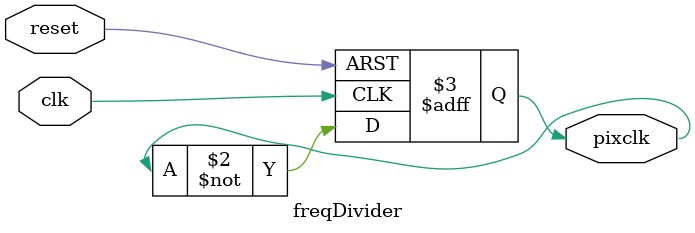
<source format=sv>
module freqDivider (input logic clk, reset,							 
							 output logic pixclk);
						
		
			always_ff @(posedge clk, posedge reset)
					if (reset) pixclk=0;
					else pixclk=~pixclk;
					
		//n_counter #(2) div(clk, reset, pixclk);
		
endmodule

</source>
